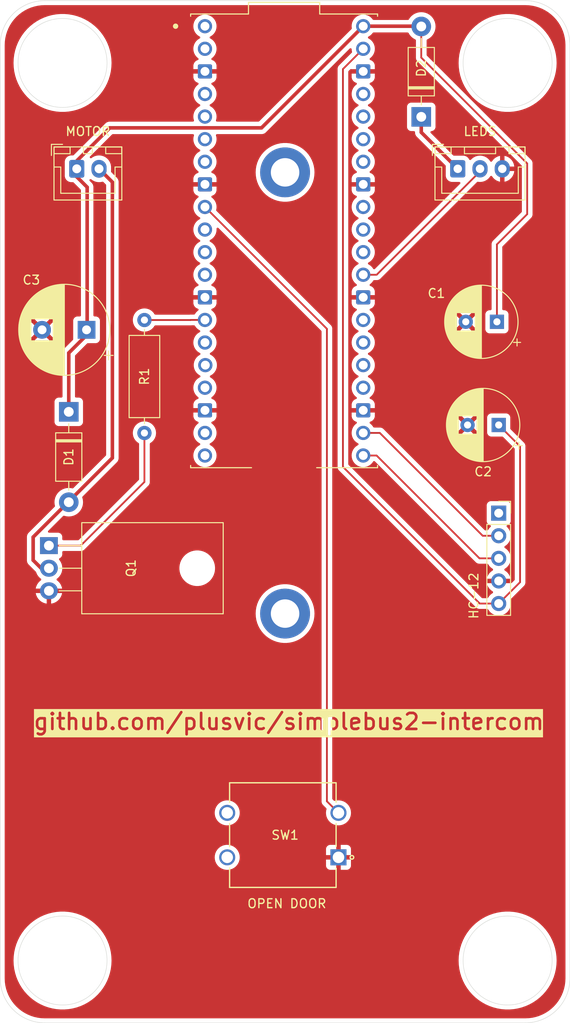
<source format=kicad_pcb>
(kicad_pcb (version 20240108) (generator "pcbnew") (generator_version "8.0")
  (layers (0 "F.Cu" signal) (31 "B.Cu" signal) (34 "B.Paste" user) (35 "F.Paste" user) (36 "B.SilkS" user "B.Silkscreen") (37 "F.SilkS" user "F.Silkscreen") (38 "B.Mask" user) (39 "F.Mask" user) (44 "Edge.Cuts" user))
  (net 0 "")
  (net 9 "GND")
  (net 13 "Net-(A1-GP6)")
  (net 16 "Net-(A1-GP10)")
  (net 20 "Net-(A1-GP22)")
  (net 23 "Net-(Q1-B)")
  (net 30 "/TX")
  (net 31 "/RX")
  (net 35 "Net-(D1-A)")
  (net 36 "3.3V")
  (net 37 "VBUS")
  (net 39 "Net-(D2-K)")
  (footprint "MountingHole:MountingHole_3.2mm_M3_DIN965_Pad" (layer "F.Cu") (at 94 55)
    (property "Reference" "REF**" (hide yes))
    (property "Value" "MountingHole_3.2mm_M3_DIN965_Pad" (hide yes))
    (pad "1" thru_hole circle (at 0 0) (size 5.6 5.6) (drill 3.2) (layers "*.Cu" "*.Mask"))
  )
  (footprint "Raspberry_Pi_Pico_W:MODULE_SC0918" (layer "F.Cu") (at 93.89 62.7)
    (property "Reference" "A1" (hide yes))
    (property "Value" "SC0918")
    (pad "1" thru_hole circle (at -8.89 -24.13) (size 1.6 1.6) (drill 1) (layers "*.Cu" "*.Mask"))
    (pad "2" thru_hole circle (at -8.89 -21.59) (size 1.6 1.6) (drill 1) (layers "*.Cu" "*.Mask"))
    (pad "3" thru_hole roundrect (at -8.89 -19.05) (size 1.6 1.6) (drill 1) (layers "*.Cu" "*.Mask") (roundrect_rratio 0.125) (net 9 "GND"))
    (pad "4" thru_hole circle (at -8.89 -16.51) (size 1.6 1.6) (drill 1) (layers "*.Cu" "*.Mask"))
    (pad "5" thru_hole circle (at -8.89 -13.97) (size 1.6 1.6) (drill 1) (layers "*.Cu" "*.Mask"))
    (pad "6" thru_hole circle (at -8.89 -11.43) (size 1.6 1.6) (drill 1) (layers "*.Cu" "*.Mask"))
    (pad "7" thru_hole circle (at -8.89 -8.89) (size 1.6 1.6) (drill 1) (layers "*.Cu" "*.Mask"))
    (pad "8" thru_hole roundrect (at -8.89 -6.35) (size 1.6 1.6) (drill 1) (layers "*.Cu" "*.Mask") (roundrect_rratio 0.125) (net 9 "GND"))
    (pad "9" thru_hole circle (at -8.89 -3.81) (size 1.6 1.6) (drill 1) (layers "*.Cu" "*.Mask") (net 13 "Net-(A1-GP6)"))
    (pad "10" thru_hole circle (at -8.89 -1.27) (size 1.6 1.6) (drill 1) (layers "*.Cu" "*.Mask"))
    (pad "11" thru_hole circle (at -8.89 1.27) (size 1.6 1.6) (drill 1) (layers "*.Cu" "*.Mask"))
    (pad "12" thru_hole circle (at -8.89 3.81) (size 1.6 1.6) (drill 1) (layers "*.Cu" "*.Mask"))
    (pad "13" thru_hole roundrect (at -8.89 6.35) (size 1.6 1.6) (drill 1) (layers "*.Cu" "*.Mask") (roundrect_rratio 0.125) (net 9 "GND"))
    (pad "14" thru_hole circle (at -8.89 8.89) (size 1.6 1.6) (drill 1) (layers "*.Cu" "*.Mask") (net 16 "Net-(A1-GP10)"))
    (pad "15" thru_hole circle (at -8.89 11.43) (size 1.6 1.6) (drill 1) (layers "*.Cu" "*.Mask"))
    (pad "16" thru_hole circle (at -8.848119 13.97) (size 1.6 1.6) (drill 1) (layers "*.Cu" "*.Mask"))
    (pad "17" thru_hole circle (at -8.89 16.51) (size 1.6 1.6) (drill 1) (layers "*.Cu" "*.Mask"))
    (pad "18" thru_hole roundrect (at -8.89 19.05) (size 1.6 1.6) (drill 1) (layers "*.Cu" "*.Mask") (roundrect_rratio 0.125) (net 9 "GND"))
    (pad "19" thru_hole circle (at -8.89 21.59) (size 1.6 1.6) (drill 1) (layers "*.Cu" "*.Mask"))
    (pad "20" thru_hole circle (at -8.89 24.13) (size 1.6 1.6) (drill 1) (layers "*.Cu" "*.Mask"))
    (pad "21" thru_hole circle (at 8.89 24.13) (size 1.6 1.6) (drill 1) (layers "*.Cu" "*.Mask") (net 31 "/RX"))
    (pad "22" thru_hole circle (at 8.89 21.59) (size 1.6 1.6) (drill 1) (layers "*.Cu" "*.Mask") (net 30 "/TX"))
    (pad "23" thru_hole roundrect (at 8.89 19.05) (size 1.6 1.6) (drill 1) (layers "*.Cu" "*.Mask") (roundrect_rratio 0.125) (net 9 "GND"))
    (pad "24" thru_hole circle (at 8.89 16.51) (size 1.6 1.6) (drill 1) (layers "*.Cu" "*.Mask"))
    (pad "25" thru_hole circle (at 8.89 13.97) (size 1.6 1.6) (drill 1) (layers "*.Cu" "*.Mask"))
    (pad "26" thru_hole circle (at 8.89 11.43) (size 1.6 1.6) (drill 1) (layers "*.Cu" "*.Mask"))
    (pad "27" thru_hole circle (at 8.89 8.89) (size 1.6 1.6) (drill 1) (layers "*.Cu" "*.Mask"))
    (pad "28" thru_hole roundrect (at 8.89 6.35) (size 1.6 1.6) (drill 1) (layers "*.Cu" "*.Mask") (roundrect_rratio 0.125) (net 9 "GND"))
    (pad "29" thru_hole circle (at 8.89 3.81) (size 1.6 1.6) (drill 1) (layers "*.Cu" "*.Mask") (net 20 "Net-(A1-GP22)"))
    (pad "30" thru_hole circle (at 8.89 1.27) (size 1.6 1.6) (drill 1) (layers "*.Cu" "*.Mask"))
    (pad "31" thru_hole circle (at 8.89 -1.27) (size 1.6 1.6) (drill 1) (layers "*.Cu" "*.Mask"))
    (pad "32" thru_hole circle (at 8.89 -3.81) (size 1.6 1.6) (drill 1) (layers "*.Cu" "*.Mask"))
    (pad "33" thru_hole roundrect (at 8.89 -6.35) (size 1.6 1.6) (drill 1) (layers "*.Cu" "*.Mask") (roundrect_rratio 0.125) (net 9 "GND"))
    (pad "34" thru_hole circle (at 8.89 -8.89) (size 1.6 1.6) (drill 1) (layers "*.Cu" "*.Mask"))
    (pad "35" thru_hole circle (at 8.89 -11.43) (size 1.6 1.6) (drill 1) (layers "*.Cu" "*.Mask"))
    (pad "36" thru_hole circle (at 8.89 -13.97) (size 1.6 1.6) (drill 1) (layers "*.Cu" "*.Mask"))
    (pad "37" thru_hole circle (at 8.89 -16.51) (size 1.6 1.6) (drill 1) (layers "*.Cu" "*.Mask"))
    (pad "38" thru_hole roundrect (at 8.89 -19.05) (size 1.6 1.6) (drill 1) (layers "*.Cu" "*.Mask") (roundrect_rratio 0.125) (net 9 "GND"))
    (pad "39" thru_hole circle (at 8.89 -21.59) (size 1.6 1.6) (drill 1) (layers "*.Cu" "*.Mask") (net 36 "3.3V"))
    (pad "40" thru_hole circle (at 8.89 -24.13) (size 1.6 1.6) (drill 1) (layers "*.Cu" "*.Mask") (net 37 "VBUS"))
  )
  (footprint "Package_TO_SOT_THT:TO-220-3_Horizontal_TabDown" (layer "F.Cu") (at 67.47 96.96 -90)
    (property "Reference" "Q1" (at 2.54 -9.23 90) (layer "F.SilkS"))
    (property "Value" "Q_NPN_Darlington_BCE" (hide yes))
    (pad "" np_thru_hole circle (at 2.54 -16.66 270) (size 3.5 3.5) (drill 3.5) (layers "*.Cu" "*.Mask"))
    (pad "1" thru_hole rect (at 0 0 270) (size 1.905 2) (drill 1.1) (layers "*.Cu" "*.Mask") (net 23 "Net-(Q1-B)"))
    (pad "2" thru_hole oval (at 2.54 0 270) (size 1.905 2) (drill 1.1) (layers "*.Cu" "*.Mask") (net 35 "Net-(D1-A)"))
    (pad "3" thru_hole oval (at 5.08 0 270) (size 1.905 2) (drill 1.1) (layers "*.Cu" "*.Mask") (net 9 "GND"))
  )
  (footprint "Diode_THT:D_DO-41_SOD81_P10.16mm_Horizontal" (layer "F.Cu") (at 69.7 81.92 -90)
    (property "Reference" "D1" (at 5.08 0 90) (layer "F.SilkS"))
    (property "Value" "1N4001")
    (pad "1" thru_hole rect (at 0 0 270) (size 2.2 2.2) (drill 1.1) (layers "*.Cu" "*.Mask") (net 37 "VBUS"))
    (pad "2" thru_hole oval (at 10.16 0 270) (size 2.2 2.2) (drill 1.1) (layers "*.Cu" "*.Mask") (net 35 "Net-(D1-A)"))
  )
  (footprint "Connector_JST:JST_XH_B3B-XH-A_1x03_P2.50mm_Vertical" (layer "F.Cu") (at 113.4 54.6)
    (property "Reference" "J1" (hide yes))
    (property "Value" "LEDS" (at 2.5 -4.2 0) (layer "F.SilkS"))
    (pad "1" thru_hole roundrect (at 0 0) (size 1.7 1.95) (drill 0.95) (layers "*.Cu" "*.Mask") (roundrect_rratio 0.147059) (net 39 "Net-(D2-K)"))
    (pad "2" thru_hole oval (at 2.5 0) (size 1.7 1.95) (drill 0.95) (layers "*.Cu" "*.Mask") (net 20 "Net-(A1-GP22)"))
    (pad "3" thru_hole oval (at 5 0) (size 1.7 1.95) (drill 0.95) (layers "*.Cu" "*.Mask") (net 9 "GND"))
  )
  (footprint "Capacitor_THT:CP_Radial_D8.0mm_P3.50mm" (layer "F.Cu") (at 117.8 71.8 180)
    (property "Reference" "C1" (at 6.8 3.2 180) (layer "F.SilkS"))
    (property "Value" "470uF")
    (pad "1" thru_hole rect (at 0 0 180) (size 1.6 1.6) (drill 0.8) (layers "*.Cu" "*.Mask") (net 37 "VBUS"))
    (pad "2" thru_hole circle (at 3.5 0 180) (size 1.6 1.6) (drill 0.8) (layers "*.Cu" "*.Mask") (net 9 "GND"))
  )
  (footprint "MountingHole:MountingHole_3.2mm_M3_DIN965_Pad" (layer "F.Cu") (at 94 104.6)
    (property "Reference" "REF**" (hide yes))
    (property "Value" "MountingHole_3.2mm_M3_DIN965_Pad" (hide yes))
    (pad "1" thru_hole circle (at 0 0) (size 5.6 5.6) (drill 3.2) (layers "*.Cu" "*.Mask"))
  )
  (footprint "Resistor_THT:R_Axial_DIN0309_L9.0mm_D3.2mm_P12.70mm_Horizontal" (layer "F.Cu") (at 78.2 84.3 90)
    (property "Reference" "R1" (at 6.35 0 90) (layer "F.SilkS"))
    (property "Value" "1k")
    (pad "1" thru_hole circle (at 0 0 90) (size 1.6 1.6) (drill 0.8) (layers "*.Cu" "*.Mask") (net 23 "Net-(Q1-B)"))
    (pad "2" thru_hole oval (at 12.7 0 90) (size 1.6 1.6) (drill 0.8) (layers "*.Cu" "*.Mask") (net 16 "Net-(A1-GP10)"))
  )
  (footprint "Connector_JST:JST_XH_B2B-XH-A_1x02_P2.50mm_Vertical" (layer "F.Cu") (at 70.6 54.6)
    (property "Reference" "J3" (hide yes))
    (property "Value" "MOTOR" (at 1.25 -4.2 0) (layer "F.SilkS"))
    (pad "1" thru_hole roundrect (at 0 0) (size 1.7 2) (drill 1) (layers "*.Cu" "*.Mask") (roundrect_rratio 0.147059) (net 37 "VBUS"))
    (pad "2" thru_hole oval (at 2.5 0) (size 1.7 2) (drill 1) (layers "*.Cu" "*.Mask") (net 35 "Net-(D1-A)"))
  )
  (footprint "Diode_THT:D_DO-41_SOD81_P10.16mm_Horizontal" (layer "F.Cu") (at 109.3 48.76 90)
    (property "Reference" "D2" (at 5.46 0 90) (layer "F.SilkS"))
    (property "Value" "1N4001")
    (pad "1" thru_hole rect (at 0 0 90) (size 2.2 2.2) (drill 1.1) (layers "*.Cu" "*.Mask") (net 39 "Net-(D2-K)"))
    (pad "2" thru_hole oval (at 10.16 0 90) (size 2.2 2.2) (drill 1.1) (layers "*.Cu" "*.Mask") (net 37 "VBUS"))
  )
  (footprint "Capacitor_THT:CP_Radial_D10.0mm_P5.00mm" (layer "F.Cu") (at 71.7 72.7 180)
    (property "Reference" "C3" (at 6.2 5.6 180) (layer "F.SilkS"))
    (property "Value" "680uF")
    (pad "1" thru_hole rect (at 0 0 180) (size 2 2) (drill 1) (layers "*.Cu" "*.Mask") (net 37 "VBUS"))
    (pad "2" thru_hole circle (at 5 0 180) (size 2 2) (drill 1) (layers "*.Cu" "*.Mask") (net 9 "GND"))
  )
  (footprint "Connector_PinSocket_2.54mm:PinSocket_1x05_P2.54mm_Vertical" (layer "F.Cu") (at 118 93.31)
    (property "Reference" "J2" (hide yes))
    (property "Value" "HC-12" (at -2.8 9.29 90) (layer "F.SilkS"))
    (pad "1" thru_hole rect (at 0 0) (size 1.7 1.7) (drill 1) (layers "*.Cu" "*.Mask"))
    (pad "2" thru_hole oval (at 0 2.54) (size 1.7 1.7) (drill 1) (layers "*.Cu" "*.Mask") (net 30 "/TX"))
    (pad "3" thru_hole oval (at 0 5.08) (size 1.7 1.7) (drill 1) (layers "*.Cu" "*.Mask") (net 31 "/RX"))
    (pad "4" thru_hole oval (at 0 7.62) (size 1.7 1.7) (drill 1) (layers "*.Cu" "*.Mask") (net 9 "GND"))
    (pad "5" thru_hole oval (at 0 10.16) (size 1.7 1.7) (drill 1) (layers "*.Cu" "*.Mask") (net 36 "3.3V"))
  )
  (footprint "Capacitor_THT:CP_Radial_D8.0mm_P3.50mm" (layer "F.Cu") (at 118 83.4 180)
    (property "Reference" "C2" (at 1.75 -5.25 360) (layer "F.SilkS"))
    (property "Value" "470uF")
    (pad "1" thru_hole rect (at 0 0 180) (size 1.6 1.6) (drill 0.8) (layers "*.Cu" "*.Mask") (net 36 "3.3V"))
    (pad "2" thru_hole circle (at 3.5 0 180) (size 1.6 1.6) (drill 0.8) (layers "*.Cu" "*.Mask") (net 9 "GND"))
  )
  (footprint "Button COM 10302:COM-10302_SPK" (layer "F.Cu") (at 100 132 180)
    (property "Reference" "SW1" (at 6 2.5 0) (layer "F.SilkS"))
    (property "Value" "OPEN DOOR" (at 5.8 -5.2 0) (layer "F.SilkS"))
    (pad "1" thru_hole rect (at 0 0 180) (size 1.8034 1.8034) (drill 1.2954) (layers "*.Cu" "*.Mask") (net 9 "GND"))
    (pad "2" thru_hole circle (at 12.5 0 180) (size 1.8034 1.8034) (drill 1.2954) (layers "*.Cu" "*.Mask"))
    (pad "3" thru_hole circle (at 0 5 180) (size 1.8034 1.8034) (drill 1.2954) (layers "*.Cu" "*.Mask") (net 13 "Net-(A1-GP6)"))
    (pad "4" thru_hole circle (at 12.5 5 180) (size 1.8034 1.8034) (drill 1.2954) (layers "*.Cu" "*.Mask"))
  )
  (gr_circle (center 119 143.6) (end 114 143.6) (stroke (width 0.05)) (fill none) (layer "Edge.Cuts"))
  (gr_circle (center 119 42.7) (end 124 42.7) (stroke (width 0.05)) (fill none) (layer "Edge.Cuts"))
  (gr_line (start 121 150.6) (end 67 150.6) (stroke (width 0.05)) (layer "Edge.Cuts"))
  (gr_arc (start 62 40.7) (mid 63.464466 37.164466) (end 67 35.7) (stroke (width 0.05)) (layer "Edge.Cuts"))
  (gr_circle (center 69 143.6) (end 74 143.6) (stroke (width 0.05)) (fill none) (layer "Edge.Cuts"))
  (gr_arc (start 67 150.6) (mid 63.464466 149.135534) (end 62 145.6) (stroke (width 0.05)) (layer "Edge.Cuts"))
  (gr_arc (start 126 145.6) (mid 124.535534 149.135534) (end 121 150.6) (stroke (width 0.05)) (layer "Edge.Cuts"))
  (gr_circle (center 69 42.7) (end 74 42.7) (stroke (width 0.05)) (fill none) (layer "Edge.Cuts"))
  (gr_line (start 126 40.7) (end 126 145.6) (stroke (width 0.05)) (layer "Edge.Cuts"))
  (gr_line (start 62 145.6) (end 62 40.7) (stroke (width 0.05)) (layer "Edge.Cuts"))
  (gr_line (start 67 35.7) (end 121 35.7) (stroke (width 0.05)) (layer "Edge.Cuts"))
  (gr_arc (start 121 35.7) (mid 124.535534 37.164466) (end 126 40.7) (stroke (width 0.05)) (layer "Edge.Cuts"))
  (gr_text "github.com/plusvic/simplebus2-intercom" (at 65.6 117.8 0) (layer "F.SilkS" knockout) (effects (font (size 1.8 1.8) (thickness 0.3) (bold yes)) (justify left bottom)))
  (segment (start 98.7 125.7) (end 98.7 72.59) (width 0.2) (layer "F.Cu") (net 13))
  (segment (start 100 127) (end 98.7 125.7) (width 0.2) (layer "F.Cu") (net 13))
  (segment (start 98.7 72.59) (end 85 58.89) (width 0.2) (layer "F.Cu") (net 13))
  (segment (start 85 71.59) (end 83.4 71.59) (width 0.2) (layer "F.Cu") (net 16))
  (segment (start 83.39 71.6) (end 78.2 71.6) (width 0.2) (layer "F.Cu") (net 16))
  (segment (start 83.4 71.59) (end 83.39 71.6) (width 0.2) (layer "F.Cu") (net 16))
  (segment (start 104.29 66.51) (end 115.9 54.9) (width 0.2) (layer "F.Cu") (net 20))
  (segment (start 102.78 66.51) (end 104.29 66.51) (width 0.2) (layer "F.Cu") (net 20))
  (segment (start 67.47 96.96) (end 71.04 96.96) (width 0.2) (layer "F.Cu") (net 23))
  (segment (start 71.04 96.96) (end 78.2 89.8) (width 0.2) (layer "F.Cu") (net 23))
  (segment (start 78.2 89.8) (end 78.2 84.3) (width 0.2) (layer "F.Cu") (net 23))
  (segment (start 116.2 95.85) (end 118.58 95.85) (width 0.2) (layer "F.Cu") (net 30))
  (segment (start 104.64 84.29) (end 116.2 95.85) (width 0.2) (layer "F.Cu") (net 30))
  (segment (start 102.78 84.29) (end 104.64 84.29) (width 0.2) (layer "F.Cu") (net 30))
  (segment (start 104.28 86.83) (end 115.84 98.39) (width 0.2) (layer "F.Cu") (net 31))
  (segment (start 102.78 86.83) (end 104.28 86.83) (width 0.2) (layer "F.Cu") (net 31))
  (segment (start 115.84 98.39) (end 118.58 98.39) (width 0.2) (layer "F.Cu") (net 31))
  (segment (start 74.6 87.1) (end 74.6 56.1) (width 0.4) (layer "F.Cu") (net 35))
  (segment (start 67.47 99.5) (end 66.6 99.5) (width 0.4) (layer "F.Cu") (net 35))
  (segment (start 65.7 96) (end 74.6 87.1) (width 0.4) (layer "F.Cu") (net 35))
  (segment (start 65.7 98.6) (end 65.7 96) (width 0.4) (layer "F.Cu") (net 35))
  (segment (start 74.6 56.1) (end 73.1 54.6) (width 0.4) (layer "F.Cu") (net 35))
  (segment (start 66.6 99.5) (end 65.7 98.6) (width 0.4) (layer "F.Cu") (net 35))
  (segment (start 102.78 41.11) (end 100.5 43.39) (width 0.2) (layer "F.Cu") (net 36))
  (segment (start 115.87 103.47) (end 118 103.47) (width 0.2) (layer "F.Cu") (net 36))
  (segment (start 118 103.47) (end 120.4 101.07) (width 0.2) (layer "F.Cu") (net 36))
  (segment (start 120.4 85.8) (end 118 83.4) (width 0.2) (layer "F.Cu") (net 36))
  (segment (start 100.5 43.39) (end 100.5 88.1) (width 0.2) (layer "F.Cu") (net 36))
  (segment (start 100.5 88.1) (end 115.87 103.47) (width 0.2) (layer "F.Cu") (net 36))
  (segment (start 120.4 101.07) (end 120.4 85.8) (width 0.2) (layer "F.Cu") (net 36))
  (segment (start 121.2 59.7) (end 117.8 63.1) (width 0.2) (layer "F.Cu") (net 37))
  (segment (start 71.767677 56.667677) (end 70.6 55.5) (width 0.4) (layer "F.Cu") (net 37))
  (segment (start 74.31 50) (end 70.48 53.83) (width 0.4) (layer "F.Cu") (net 37))
  (segment (start 69.7 81.92) (end 69.7 75.3) (width 0.4) (layer "F.Cu") (net 37))
  (segment (start 121.2 54) (end 121.2 59.7) (width 0.2) (layer "F.Cu") (net 37))
  (segment (start 109.3 42.1) (end 109.3 38.6) (width 0.2) (layer "F.Cu") (net 37))
  (segment (start 70.6 55.5) (end 70.6 54.6) (width 0.4) (layer "F.Cu") (net 37))
  (segment (start 121.2 54) (end 109.3 42.1) (width 0.2) (layer "F.Cu") (net 37))
  (segment (start 91.35 50) (end 102.78 38.57) (width 0.4) (layer "F.Cu") (net 37))
  (segment (start 102.78 38.57) (end 109.27 38.57) (width 0.4) (layer "F.Cu") (net 37))
  (segment (start 117.8 63.1) (end 117.8 71.8) (width 0.2) (layer "F.Cu") (net 37))
  (segment (start 74.31 50) (end 91.35 50) (width 0.4) (layer "F.Cu") (net 37))
  (segment (start 109.27 38.57) (end 109.3 38.6) (width 0.4) (layer "F.Cu") (net 37))
  (segment (start 71.767677 73.232323) (end 71.767677 56.667677) (width 0.4) (layer "F.Cu") (net 37))
  (segment (start 69.7 75.3) (end 71.767677 73.232323) (width 0.4) (layer "F.Cu") (net 37))
  (segment (start 109.3 48.76) (end 109.3 50.5) (width 0.4) (layer "F.Cu") (net 39))
  (segment (start 109.3 50.5) (end 113.117157 54.317157) (width 0.4) (layer "F.Cu") (net 39))
  (zone (net 9) (net_name "GND") (layer "F.Cu") (connect_pads (clearance 0.5)) (min_thickness 0.25) (fill yes (thermal_gap 0.5) (thermal_bridge_width 0.5))
    (polygon (pts (xy 61.98 35.73) (xy 61.98 150.63) (xy 125.98 150.63) (xy 125.98 35.73)))
  )
)
</source>
